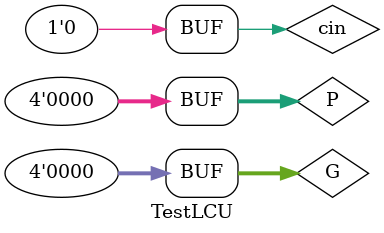
<source format=v>
`timescale 1ns / 1ps


module TestLCU;

	// Inputs
	reg cin;
	reg [3:0] P;
	reg [3:0] G;

	// Outputs
	wire [4:1] C;
	wire Pout;
	wire Gout;

	// Instantiate the Unit Under Test (UUT)
	LookaheadCarryUnit uut (
		.cin(cin), 
		.P(P), 
		.G(G), 
		.C(C), 
		.Pout(Pout), 
		.Gout(Gout)
	);

	initial begin
		// Initialize Inputs
		cin = 0;
		P = 0;
		G = 0;

		// Wait 100 ns for global reset to finish
		#100;
        
		// Add stimulus here

	end
      
endmodule


</source>
